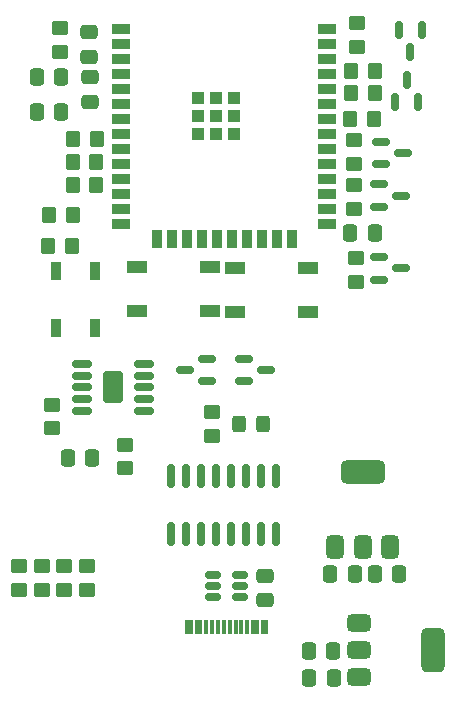
<source format=gbr>
%TF.GenerationSoftware,KiCad,Pcbnew,9.0.0*%
%TF.CreationDate,2025-04-10T21:45:59-06:00*%
%TF.ProjectId,esp32,65737033-322e-46b6-9963-61645f706362,rev?*%
%TF.SameCoordinates,Original*%
%TF.FileFunction,Paste,Top*%
%TF.FilePolarity,Positive*%
%FSLAX46Y46*%
G04 Gerber Fmt 4.6, Leading zero omitted, Abs format (unit mm)*
G04 Created by KiCad (PCBNEW 9.0.0) date 2025-04-10 21:45:59*
%MOMM*%
%LPD*%
G01*
G04 APERTURE LIST*
G04 Aperture macros list*
%AMRoundRect*
0 Rectangle with rounded corners*
0 $1 Rounding radius*
0 $2 $3 $4 $5 $6 $7 $8 $9 X,Y pos of 4 corners*
0 Add a 4 corners polygon primitive as box body*
4,1,4,$2,$3,$4,$5,$6,$7,$8,$9,$2,$3,0*
0 Add four circle primitives for the rounded corners*
1,1,$1+$1,$2,$3*
1,1,$1+$1,$4,$5*
1,1,$1+$1,$6,$7*
1,1,$1+$1,$8,$9*
0 Add four rect primitives between the rounded corners*
20,1,$1+$1,$2,$3,$4,$5,0*
20,1,$1+$1,$4,$5,$6,$7,0*
20,1,$1+$1,$6,$7,$8,$9,0*
20,1,$1+$1,$8,$9,$2,$3,0*%
G04 Aperture macros list end*
%ADD10RoundRect,0.150000X-0.512500X-0.150000X0.512500X-0.150000X0.512500X0.150000X-0.512500X0.150000X0*%
%ADD11RoundRect,0.150000X0.150000X-0.825000X0.150000X0.825000X-0.150000X0.825000X-0.150000X-0.825000X0*%
%ADD12RoundRect,0.250000X-0.450000X0.350000X-0.450000X-0.350000X0.450000X-0.350000X0.450000X0.350000X0*%
%ADD13RoundRect,0.150000X-0.587500X-0.150000X0.587500X-0.150000X0.587500X0.150000X-0.587500X0.150000X0*%
%ADD14RoundRect,0.150000X0.150000X-0.587500X0.150000X0.587500X-0.150000X0.587500X-0.150000X-0.587500X0*%
%ADD15R,1.800000X1.100000*%
%ADD16RoundRect,0.250000X-0.350000X-0.450000X0.350000X-0.450000X0.350000X0.450000X-0.350000X0.450000X0*%
%ADD17RoundRect,0.250000X0.450000X-0.350000X0.450000X0.350000X-0.450000X0.350000X-0.450000X-0.350000X0*%
%ADD18RoundRect,0.250000X-0.337500X-0.475000X0.337500X-0.475000X0.337500X0.475000X-0.337500X0.475000X0*%
%ADD19R,0.300000X1.150000*%
%ADD20RoundRect,0.250000X0.350000X0.450000X-0.350000X0.450000X-0.350000X-0.450000X0.350000X-0.450000X0*%
%ADD21RoundRect,0.090000X0.360000X-0.660000X0.360000X0.660000X-0.360000X0.660000X-0.360000X-0.660000X0*%
%ADD22RoundRect,0.250000X-0.475000X0.337500X-0.475000X-0.337500X0.475000X-0.337500X0.475000X0.337500X0*%
%ADD23RoundRect,0.250000X0.475000X-0.337500X0.475000X0.337500X-0.475000X0.337500X-0.475000X-0.337500X0*%
%ADD24RoundRect,0.250000X-0.595000X-1.080000X0.595000X-1.080000X0.595000X1.080000X-0.595000X1.080000X0*%
%ADD25RoundRect,0.150000X-0.687500X-0.150000X0.687500X-0.150000X0.687500X0.150000X-0.687500X0.150000X0*%
%ADD26RoundRect,0.150000X-0.150000X0.587500X-0.150000X-0.587500X0.150000X-0.587500X0.150000X0.587500X0*%
%ADD27RoundRect,0.375000X-0.625000X-0.375000X0.625000X-0.375000X0.625000X0.375000X-0.625000X0.375000X0*%
%ADD28RoundRect,0.500000X-0.500000X-1.400000X0.500000X-1.400000X0.500000X1.400000X-0.500000X1.400000X0*%
%ADD29RoundRect,0.150000X0.587500X0.150000X-0.587500X0.150000X-0.587500X-0.150000X0.587500X-0.150000X0*%
%ADD30RoundRect,0.375000X0.375000X-0.625000X0.375000X0.625000X-0.375000X0.625000X-0.375000X-0.625000X0*%
%ADD31RoundRect,0.500000X1.400000X-0.500000X1.400000X0.500000X-1.400000X0.500000X-1.400000X-0.500000X0*%
%ADD32RoundRect,0.250000X0.337500X0.475000X-0.337500X0.475000X-0.337500X-0.475000X0.337500X-0.475000X0*%
%ADD33RoundRect,0.250000X-0.325000X-0.450000X0.325000X-0.450000X0.325000X0.450000X-0.325000X0.450000X0*%
%ADD34R,1.500000X0.900000*%
%ADD35R,0.900000X1.500000*%
%ADD36R,1.050000X1.050000*%
G04 APERTURE END LIST*
D10*
%TO.C,U5*%
X75412500Y-113420000D03*
X75412500Y-114370000D03*
X75412500Y-115320000D03*
X77687500Y-115320000D03*
X77687500Y-114370000D03*
X77687500Y-113420000D03*
%TD*%
D11*
%TO.C,U4*%
X71880000Y-109955000D03*
X73150000Y-109955000D03*
X74420000Y-109955000D03*
X75690000Y-109955000D03*
X76960000Y-109955000D03*
X78230000Y-109955000D03*
X79500000Y-109955000D03*
X80770000Y-109955000D03*
X80770000Y-105005000D03*
X79500000Y-105005000D03*
X78230000Y-105005000D03*
X76960000Y-105005000D03*
X75690000Y-105005000D03*
X74420000Y-105005000D03*
X73150000Y-105005000D03*
X71880000Y-105005000D03*
%TD*%
D12*
%TO.C,R15*%
X60933333Y-112695000D03*
X60933333Y-114695000D03*
%TD*%
D13*
%TO.C,Q5*%
X89492500Y-86520000D03*
X89492500Y-88420000D03*
X91367500Y-87470000D03*
%TD*%
D14*
%TO.C,Q4*%
X90880000Y-73392500D03*
X92780000Y-73392500D03*
X91830000Y-71517500D03*
%TD*%
D15*
%TO.C,SW2*%
X68974000Y-87365000D03*
X75174000Y-87365000D03*
X68974000Y-91065000D03*
X75174000Y-91065000D03*
%TD*%
D16*
%TO.C,R1*%
X61540000Y-82915000D03*
X63540000Y-82915000D03*
%TD*%
D17*
%TO.C,R2*%
X62465000Y-69140000D03*
X62465000Y-67140000D03*
%TD*%
D16*
%TO.C,R3*%
X61460000Y-85535000D03*
X63460000Y-85535000D03*
%TD*%
D18*
%TO.C,C8*%
X89122500Y-113310000D03*
X91197500Y-113310000D03*
%TD*%
D19*
%TO.C,J4*%
X73240000Y-117815000D03*
X74040000Y-117815000D03*
X75340000Y-117815000D03*
X76340000Y-117815000D03*
X76840000Y-117815000D03*
X77840000Y-117815000D03*
X79140000Y-117815000D03*
X79940000Y-117815000D03*
X79640000Y-117815000D03*
X78840000Y-117815000D03*
X78340000Y-117815000D03*
X77340000Y-117815000D03*
X75840000Y-117815000D03*
X74840000Y-117815000D03*
X74340000Y-117815000D03*
X73540000Y-117815000D03*
%TD*%
D13*
%TO.C,Q2*%
X89612500Y-76740000D03*
X89612500Y-78640000D03*
X91487500Y-77690000D03*
%TD*%
D16*
%TO.C,R10*%
X63595000Y-76487500D03*
X65595000Y-76487500D03*
%TD*%
%TO.C,R11*%
X63560000Y-80400000D03*
X65560000Y-80400000D03*
%TD*%
D20*
%TO.C,R12*%
X89105000Y-72625000D03*
X87105000Y-72625000D03*
%TD*%
D21*
%TO.C,D1*%
X62155000Y-92550000D03*
X65455000Y-92550000D03*
X65455000Y-87650000D03*
X62155000Y-87650000D03*
%TD*%
D15*
%TO.C,SW1*%
X77288000Y-87445000D03*
X83488000Y-87445000D03*
X77288000Y-91145000D03*
X83488000Y-91145000D03*
%TD*%
D12*
%TO.C,R18*%
X75385000Y-99650000D03*
X75385000Y-101650000D03*
%TD*%
D17*
%TO.C,R13*%
X87500000Y-88600000D03*
X87500000Y-86600000D03*
%TD*%
D22*
%TO.C,C10*%
X79845000Y-113502500D03*
X79845000Y-115577500D03*
%TD*%
D18*
%TO.C,C2*%
X60502500Y-71245000D03*
X62577500Y-71245000D03*
%TD*%
D20*
%TO.C,R7*%
X89135000Y-70720000D03*
X87135000Y-70720000D03*
%TD*%
D18*
%TO.C,C6*%
X63122500Y-103505000D03*
X65197500Y-103505000D03*
%TD*%
%TO.C,C1*%
X60502500Y-74255000D03*
X62577500Y-74255000D03*
%TD*%
D23*
%TO.C,C4*%
X64965000Y-69527500D03*
X64965000Y-67452500D03*
%TD*%
D12*
%TO.C,R16*%
X62851667Y-112695000D03*
X62851667Y-114695000D03*
%TD*%
D24*
%TO.C,U2*%
X66935000Y-97535000D03*
D25*
X64297500Y-95535000D03*
X64297500Y-96535000D03*
X64297500Y-97535000D03*
X64297500Y-98535000D03*
X64297500Y-99535000D03*
X69572500Y-99535000D03*
X69572500Y-98535000D03*
X69572500Y-97535000D03*
X69572500Y-96535000D03*
X69572500Y-95535000D03*
%TD*%
D26*
%TO.C,Q1*%
X93090000Y-67297500D03*
X91190000Y-67297500D03*
X92140000Y-69172500D03*
%TD*%
D12*
%TO.C,R17*%
X59015000Y-112695000D03*
X59015000Y-114695000D03*
%TD*%
D27*
%TO.C,U6*%
X87780000Y-117490000D03*
X87780000Y-119790000D03*
X87780000Y-122090000D03*
D28*
X94080000Y-119790000D03*
%TD*%
D29*
%TO.C,Q6*%
X74922500Y-97005000D03*
X74922500Y-95105000D03*
X73047500Y-96055000D03*
%TD*%
D30*
%TO.C,U3*%
X85795000Y-111035000D03*
X88095000Y-111035000D03*
X90395000Y-111035000D03*
D31*
X88095000Y-104735000D03*
%TD*%
D20*
%TO.C,R5*%
X89025000Y-74775000D03*
X87025000Y-74775000D03*
%TD*%
D32*
%TO.C,C9*%
X85617500Y-119820000D03*
X83542500Y-119820000D03*
%TD*%
D16*
%TO.C,R9*%
X63565000Y-78435000D03*
X65565000Y-78435000D03*
%TD*%
D17*
%TO.C,R4*%
X87585000Y-68720000D03*
X87585000Y-66720000D03*
%TD*%
D32*
%TO.C,C11*%
X85667500Y-122100000D03*
X83592500Y-122100000D03*
%TD*%
D12*
%TO.C,R14*%
X61770000Y-99000000D03*
X61770000Y-101000000D03*
%TD*%
D22*
%TO.C,C5*%
X64980000Y-71257500D03*
X64980000Y-73332500D03*
%TD*%
D32*
%TO.C,C7*%
X87417500Y-113310000D03*
X85342500Y-113310000D03*
%TD*%
D13*
%TO.C,Q3*%
X89487500Y-80350000D03*
X89487500Y-82250000D03*
X91362500Y-81300000D03*
%TD*%
D17*
%TO.C,R8*%
X87365000Y-78595000D03*
X87365000Y-76595000D03*
%TD*%
D33*
%TO.C,D2*%
X77615000Y-100610000D03*
X79665000Y-100610000D03*
%TD*%
D12*
%TO.C,R19*%
X64770000Y-112695000D03*
X64770000Y-114695000D03*
%TD*%
%TO.C,R6*%
X87375000Y-80435000D03*
X87375000Y-82435000D03*
%TD*%
D18*
%TO.C,C3*%
X87067500Y-84450000D03*
X89142500Y-84450000D03*
%TD*%
D34*
%TO.C,U1*%
X67615000Y-67220000D03*
X67615000Y-68490000D03*
X67615000Y-69760000D03*
X67615000Y-71030000D03*
X67615000Y-72300000D03*
X67615000Y-73570000D03*
X67615000Y-74840000D03*
X67615000Y-76110000D03*
X67615000Y-77380000D03*
X67615000Y-78650000D03*
X67615000Y-79920000D03*
X67615000Y-81190000D03*
X67615000Y-82460000D03*
X67615000Y-83730000D03*
D35*
X70655000Y-84980000D03*
X71925000Y-84980000D03*
X73195000Y-84980000D03*
X74465000Y-84980000D03*
X75735000Y-84980000D03*
X77005000Y-84980000D03*
X78275000Y-84980000D03*
X79545000Y-84980000D03*
X80815000Y-84980000D03*
X82085000Y-84980000D03*
D34*
X85115000Y-83730000D03*
X85115000Y-82460000D03*
X85115000Y-81190000D03*
X85115000Y-79920000D03*
X85115000Y-78650000D03*
X85115000Y-77380000D03*
X85115000Y-76110000D03*
X85115000Y-74840000D03*
X85115000Y-73570000D03*
X85115000Y-72300000D03*
X85115000Y-71030000D03*
X85115000Y-69760000D03*
X85115000Y-68490000D03*
X85115000Y-67220000D03*
D36*
X74160000Y-73035000D03*
X74160000Y-74560000D03*
X74160000Y-76085000D03*
X75685000Y-73035000D03*
X75685000Y-74560000D03*
X75685000Y-76085000D03*
X77210000Y-73035000D03*
X77210000Y-74560000D03*
X77210000Y-76085000D03*
%TD*%
D17*
%TO.C,R20*%
X68015000Y-104400000D03*
X68015000Y-102400000D03*
%TD*%
D13*
%TO.C,Q7*%
X78022500Y-95095000D03*
X78022500Y-96995000D03*
X79897500Y-96045000D03*
%TD*%
M02*

</source>
